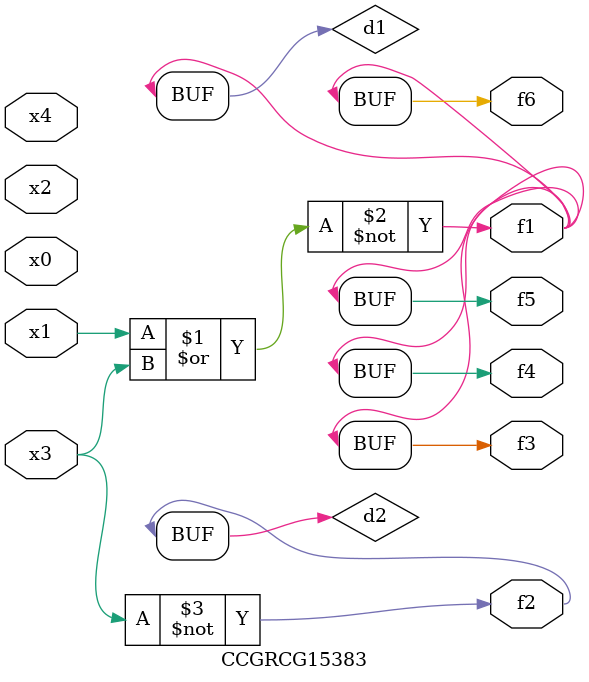
<source format=v>
module CCGRCG15383(
	input x0, x1, x2, x3, x4,
	output f1, f2, f3, f4, f5, f6
);

	wire d1, d2;

	nor (d1, x1, x3);
	not (d2, x3);
	assign f1 = d1;
	assign f2 = d2;
	assign f3 = d1;
	assign f4 = d1;
	assign f5 = d1;
	assign f6 = d1;
endmodule

</source>
